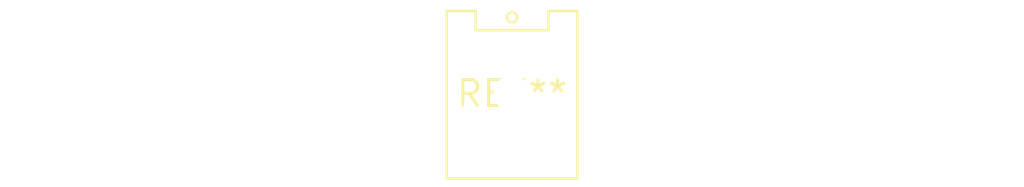
<source format=kicad_pcb>
(kicad_pcb (version 20240108) (generator pcbnew)
  (layers (0 "F.Cu" signal) (31 "B.Cu" signal) (34 "B.Paste" user) (35 "F.Paste" user) (36 "B.SilkS" user "B.Silkscreen") (37 "F.SilkS" user "F.Silkscreen") (38 "B.Mask" user) (39 "F.Mask" user) (44 "Edge.Cuts" user))
  (net 0 "")
  (footprint "Hirose_DF63R-1P-3.96DSA_1x01_P3.96mm_Vertical" (layer "F.Cu") (at 0 0)
    (property "Reference" "REF**")
    (property "Value" "Hirose_DF63R-1P-3.96DSA_1x01_P3.96mm_Vertical")
    (fp_line (start -3.21 -4.06) (end -1.79 -4.06) (layer "F.SilkS") (stroke (width 0.12)))
    (fp_line (start -3.21 4.16) (end -3.21 -4.06) (layer "F.SilkS") (stroke (width 0.12)))
    (fp_line (start -1.79 -4.06) (end -1.79 -3.11) (layer "F.SilkS") (stroke (width 0.12)))
    (fp_line (start -1.79 -3.11) (end 0 -3.11) (layer "F.SilkS") (stroke (width 0.12)))
    (fp_line (start 0 4.16) (end -3.21 4.16) (layer "F.SilkS") (stroke (width 0.12)))
    (fp_line (start 0 4.16) (end 3.21 4.16) (layer "F.SilkS") (stroke (width 0.12)))
    (fp_line (start 1.79 -4.06) (end 1.79 -3.11) (layer "F.SilkS") (stroke (width 0.12)))
    (fp_line (start 1.79 -3.11) (end 0 -3.11) (layer "F.SilkS") (stroke (width 0.12)))
    (fp_line (start 3.21 -4.06) (end 1.79 -4.06) (layer "F.SilkS") (stroke (width 0.12)))
    (fp_line (start 3.21 4.16) (end 3.21 -4.06) (layer "F.SilkS") (stroke (width 0.12)))
    (fp_circle (center 0 -3.75) (end 0.25 -3.75) (layer "F.SilkS") (stroke (width 0.12)) (fill none))
    (pad "" np_thru_hole circle (at 1.5 3.25) (size 1.6 1.6) (drill 1.6) (layers *.Cu *.Mask))
    (pad "1" thru_hole roundrect (at 0 0) (size 2.46 2.8) (drill 1.8) (layers *.Cu *.Mask) (remove_unused_layers) (roundrect_rratio 0.101626))
  )
)
</source>
